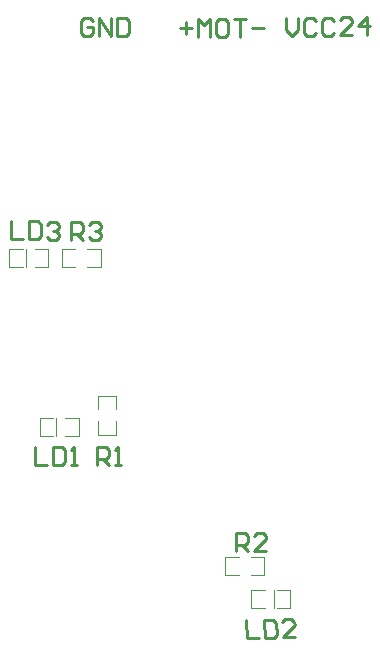
<source format=gbo>
%FSLAX24Y24*%
%MOIN*%
G70*
G01*
G75*
G04 Layer_Color=32896*
%ADD10R,0.0400X0.0500*%
%ADD11R,0.0200X0.0500*%
%ADD12C,0.0236*%
%ADD13C,0.0315*%
%ADD14R,0.1200X0.1200*%
%ADD15C,0.1200*%
%ADD16O,0.0787X0.0591*%
%ADD17O,0.1500X0.0700*%
%ADD18R,0.1500X0.0700*%
%ADD19C,0.0700*%
%ADD20C,0.2362*%
%ADD21C,0.0620*%
%ADD22C,0.0500*%
%ADD23R,0.0500X0.0400*%
%ADD24C,0.0787*%
%ADD25C,0.1181*%
%ADD26C,0.0984*%
%ADD27C,0.0591*%
%ADD28C,0.0100*%
%ADD29C,0.0039*%
%ADD30C,0.0120*%
%ADD31C,0.0020*%
%ADD32R,0.0480X0.0580*%
%ADD33R,0.0280X0.0580*%
%ADD34R,0.1280X0.1280*%
%ADD35C,0.1280*%
%ADD36O,0.0867X0.0671*%
%ADD37O,0.1580X0.0780*%
%ADD38R,0.1580X0.0780*%
%ADD39C,0.0780*%
%ADD40C,0.2442*%
%ADD41C,0.0580*%
%ADD42R,0.0580X0.0480*%
%ADD43C,0.0020*%
G54D28*
X-22964Y16160D02*
X-22961Y15760D01*
X-22760Y15561D01*
X-22561Y15762D01*
X-22564Y16162D01*
X-21963Y16066D02*
X-22064Y16165D01*
X-22264Y16164D01*
X-22363Y16063D01*
X-22361Y15664D01*
X-22260Y15564D01*
X-22060Y15565D01*
X-21961Y15666D01*
X-21364Y16070D02*
X-21464Y16169D01*
X-21664Y16168D01*
X-21763Y16067D01*
X-21761Y15667D01*
X-21660Y15568D01*
X-21461Y15569D01*
X-21361Y15670D01*
X-20761Y15573D02*
X-21161Y15571D01*
X-20763Y15973D01*
X-20764Y16073D01*
X-20864Y16173D01*
X-21064Y16171D01*
X-21164Y16071D01*
X-20261Y15576D02*
X-20265Y16176D01*
X-20563Y15874D01*
X-20163Y15877D01*
X-26470Y15820D02*
X-26070D01*
X-26270Y16020D02*
Y15620D01*
X-25870Y15520D02*
Y16120D01*
X-25670Y15920D01*
X-25470Y16120D01*
Y15520D01*
X-24970Y16120D02*
X-25170D01*
X-25270Y16020D01*
Y15620D01*
X-25170Y15520D01*
X-24970D01*
X-24871Y15620D01*
Y16020D01*
X-24970Y16120D01*
X-24671D02*
X-24271D01*
X-24471D01*
Y15520D01*
X-24071Y15820D02*
X-23671D01*
X-29380Y16060D02*
X-29480Y16160D01*
X-29680D01*
X-29780Y16060D01*
Y15660D01*
X-29680Y15560D01*
X-29480D01*
X-29380Y15660D01*
Y15860D01*
X-29580D01*
X-29180Y15560D02*
Y16160D01*
X-28780Y15560D01*
Y16160D01*
X-28580D02*
Y15560D01*
X-28280D01*
X-28181Y15660D01*
Y16060D01*
X-28280Y16160D01*
X-28580D01*
X-32124Y9380D02*
X-32130Y8780D01*
X-31730Y8776D01*
X-31525Y9374D02*
X-31530Y8774D01*
X-31230Y8772D01*
X-31129Y8871D01*
X-31126Y9270D01*
X-31225Y9371D01*
X-31525Y9374D01*
X-30926Y9269D02*
X-30825Y9368D01*
X-30625Y9366D01*
X-30526Y9265D01*
X-30527Y9165D01*
X-30628Y9066D01*
X-30728Y9067D01*
X-30628Y9066D01*
X-30529Y8965D01*
X-30530Y8865D01*
X-30631Y8766D01*
X-30830Y8768D01*
X-30930Y8869D01*
X-30100Y8760D02*
Y9360D01*
X-29800D01*
X-29700Y9260D01*
Y9060D01*
X-29800Y8960D01*
X-30100D01*
X-29900D02*
X-29700Y8760D01*
X-29500Y9260D02*
X-29400Y9360D01*
X-29200D01*
X-29100Y9260D01*
Y9160D01*
X-29200Y9060D01*
X-29300D01*
X-29200D01*
X-29100Y8960D01*
Y8860D01*
X-29200Y8760D01*
X-29400D01*
X-29500Y8860D01*
X-29240Y1260D02*
X-29235Y1860D01*
X-28936Y1858D01*
X-28836Y1757D01*
X-28838Y1557D01*
X-28939Y1458D01*
X-29238Y1460D01*
X-29039Y1458D02*
X-28840Y1257D01*
X-28640Y1255D02*
X-28440Y1254D01*
X-28540Y1255D01*
X-28536Y1854D01*
X-28636Y1755D01*
X-31330Y1850D02*
Y1250D01*
X-30930D01*
X-30730Y1850D02*
Y1250D01*
X-30430D01*
X-30330Y1350D01*
Y1750D01*
X-30430Y1850D01*
X-30730D01*
X-30130Y1250D02*
X-29930D01*
X-30030D01*
Y1850D01*
X-30130Y1750D01*
X-24600Y-1610D02*
X-24605Y-1010D01*
X-24305Y-1008D01*
X-24204Y-1107D01*
X-24203Y-1307D01*
X-24302Y-1408D01*
X-24602Y-1410D01*
X-24402Y-1408D02*
X-24200Y-1607D01*
X-23600Y-1602D02*
X-24000Y-1605D01*
X-23604Y-1202D01*
X-23605Y-1102D01*
X-23705Y-1003D01*
X-23905Y-1004D01*
X-24004Y-1105D01*
X-24267Y-3910D02*
X-24260Y-4510D01*
X-23860Y-4505D01*
X-23667Y-3903D02*
X-23660Y-4503D01*
X-23360Y-4499D01*
X-23262Y-4398D01*
X-23266Y-3998D01*
X-23367Y-3900D01*
X-23667Y-3903D01*
X-22661Y-4491D02*
X-23060Y-4496D01*
X-22665Y-4091D01*
X-22667Y-3991D01*
X-22768Y-3893D01*
X-22968Y-3895D01*
X-23066Y-3996D01*
G54D31*
X-32170Y8470D02*
X-31720D01*
X-31320Y7870D02*
X-30870D01*
Y8470D01*
X-31320D02*
X-30870D01*
X-32170Y7870D02*
Y8470D01*
Y7870D02*
X-31720D01*
X-30430Y7840D02*
X-29980D01*
X-30430D02*
Y8440D01*
X-29580D02*
X-29130D01*
Y7840D02*
Y8440D01*
X-29580Y7840D02*
X-29130D01*
X-30430Y8440D02*
X-29980D01*
X-28600Y2270D02*
Y2720D01*
X-29200Y2270D02*
X-28600D01*
X-29200Y3120D02*
Y3570D01*
X-28600D01*
Y3120D02*
Y3570D01*
X-29200Y2270D02*
Y2720D01*
X-31160Y2820D02*
X-30710D01*
X-30310Y2220D02*
X-29860D01*
Y2820D01*
X-30310D02*
X-29860D01*
X-31160Y2220D02*
Y2820D01*
Y2220D02*
X-30710D01*
X-24120Y-1810D02*
X-23670D01*
Y-2410D02*
Y-1810D01*
X-24970Y-2410D02*
X-24520D01*
X-24970D02*
Y-1810D01*
X-24520D01*
X-24120Y-2410D02*
X-23670D01*
X-23260Y-3510D02*
X-22810D01*
X-24110Y-2910D02*
X-23660D01*
X-24110Y-3510D02*
Y-2910D01*
Y-3510D02*
X-23660D01*
X-22810D02*
Y-2910D01*
X-23260D02*
X-22810D01*
G54D43*
X-31620Y7870D02*
Y8470D01*
X-30610Y2220D02*
Y2820D01*
X-23360Y-3510D02*
Y-2910D01*
M02*

</source>
